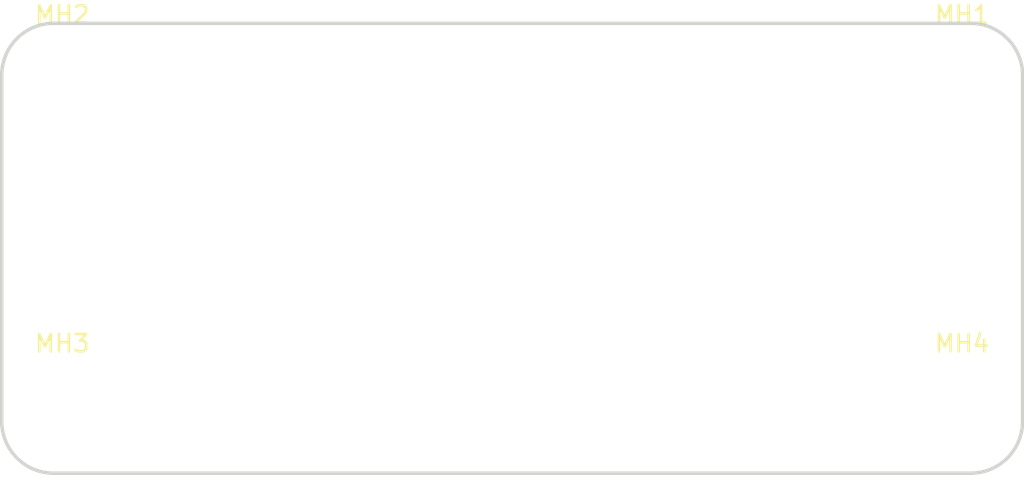
<source format=kicad_pcb>
(kicad_pcb (version 20240108) (generator "pcbnew") (generator_version "8.0")
  (layers (0 "F.Cu" signal) (31 "B.Cu" signal) (34 "B.Paste" user) (35 "F.Paste" user) (36 "B.SilkS" user "B.Silkscreen") (37 "F.SilkS" user "F.Silkscreen") (38 "B.Mask" user) (39 "F.Mask" user) (44 "Edge.Cuts" user))
  (net 0 "")
  (footprint "MountingHole:MountingHole_3mm" (layer "F.Cu") (at 182.75 101)
    (property "Reference" "MH4" (at 0 -4 0) (layer "F.SilkS"))
    (property "Value" "M.3")
    (pad "" np_thru_hole circle (at 0 0) (size 3 3) (drill 3) (layers "*.Cu" "*.Mask"))
  )
  (footprint "MountingHole:MountingHole_3mm" (layer "F.Cu") (at 130.75 101)
    (property "Reference" "MH3" (at 0 -4 0) (layer "F.SilkS"))
    (property "Value" "M.3")
    (pad "" np_thru_hole circle (at 0 0) (size 3 3) (drill 3) (layers "*.Cu" "*.Mask"))
  )
  (footprint "MountingHole:MountingHole_3mm" (layer "F.Cu") (at 182.75 82)
    (property "Reference" "MH1" (at 0 -4 0) (layer "F.SilkS"))
    (property "Value" "M.3")
    (pad "" np_thru_hole circle (at 0 0) (size 3 3) (drill 3) (layers "*.Cu" "*.Mask"))
  )
  (footprint "MountingHole:MountingHole_3mm" (layer "F.Cu") (at 130.75 82)
    (property "Reference" "MH2" (at 0 -4 0) (layer "F.SilkS"))
    (property "Value" "M.3")
    (pad "" np_thru_hole circle (at 0 0) (size 3 3) (drill 3) (layers "*.Cu" "*.Mask"))
  )
  (gr_line (start 183.25 104.5) (end 130.25 104.5) (stroke (width 0.2)) (layer "Edge.Cuts"))
  (gr_line (start 186.25 81.5) (end 186.25 101.5) (stroke (width 0.2)) (layer "Edge.Cuts"))
  (gr_line (start 130.25 78.5) (end 183.25 78.5) (stroke (width 0.2)) (layer "Edge.Cuts"))
  (gr_arc (start 130.25 104.5) (mid 128.12868 103.62132) (end 127.25 101.5) (stroke (width 0.2)) (layer "Edge.Cuts"))
  (gr_arc (start 186.25 101.5) (mid 185.37132 103.62132) (end 183.25 104.5) (stroke (width 0.2)) (layer "Edge.Cuts"))
  (gr_arc (start 127.25 81.5) (mid 128.12868 79.37868) (end 130.25 78.5) (stroke (width 0.2)) (layer "Edge.Cuts"))
  (gr_line (start 127.25 101.5) (end 127.25 81.5) (stroke (width 0.2)) (layer "Edge.Cuts"))
  (gr_arc (start 183.25 78.5) (mid 185.37132 79.37868) (end 186.25 81.5) (stroke (width 0.2)) (layer "Edge.Cuts"))
)
</source>
